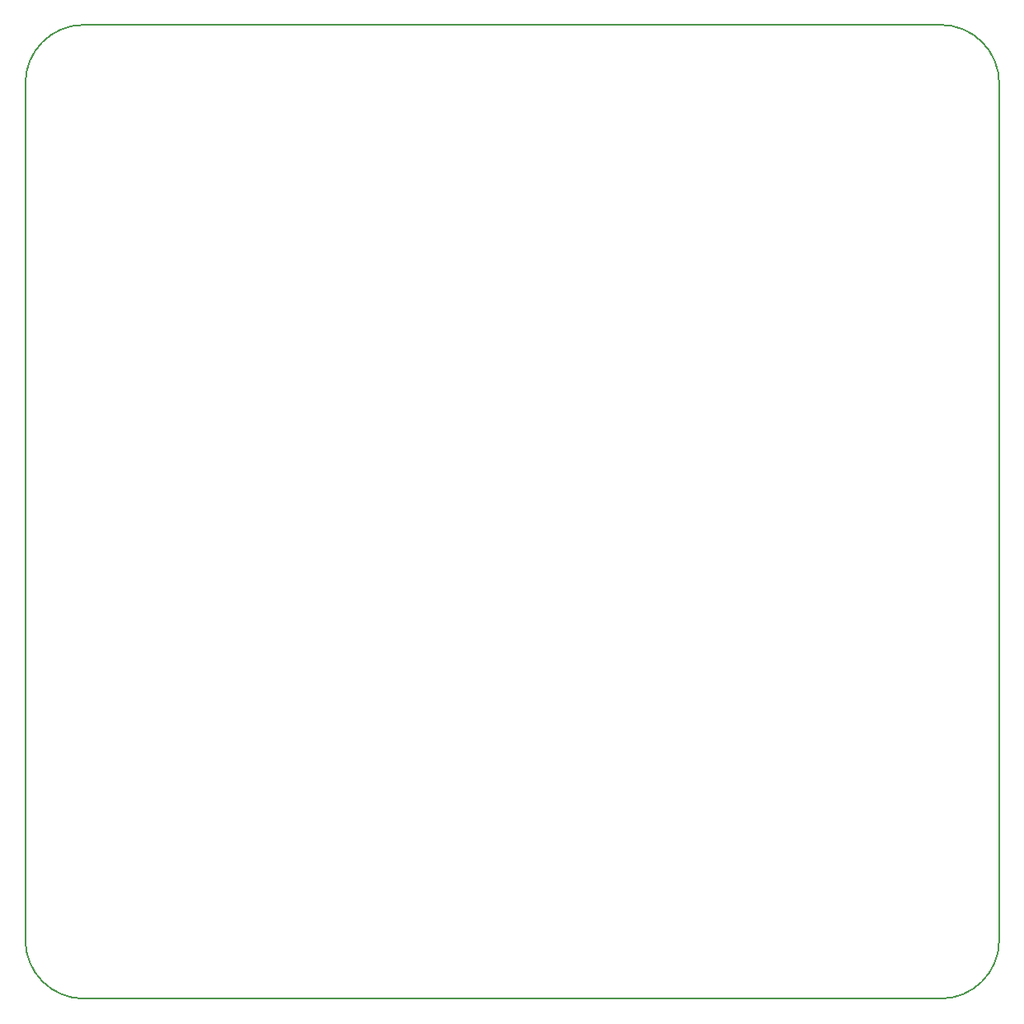
<source format=gbr>
%TF.GenerationSoftware,KiCad,Pcbnew,8.0.7*%
%TF.CreationDate,2025-03-24T14:38:59+07:00*%
%TF.ProjectId,esp32_getstok_testing,65737033-325f-4676-9574-73746f6b5f74,rev?*%
%TF.SameCoordinates,Original*%
%TF.FileFunction,Profile,NP*%
%FSLAX46Y46*%
G04 Gerber Fmt 4.6, Leading zero omitted, Abs format (unit mm)*
G04 Created by KiCad (PCBNEW 8.0.7) date 2025-03-24 14:38:59*
%MOMM*%
%LPD*%
G01*
G04 APERTURE LIST*
%TA.AperFunction,Profile*%
%ADD10C,0.200000*%
%TD*%
G04 APERTURE END LIST*
D10*
X265000000Y-144000000D02*
X265000000Y-56000000D01*
X259000000Y-50000000D02*
G75*
G02*
X265000000Y-56000000I0J-6000000D01*
G01*
X171000000Y-150000000D02*
G75*
G02*
X165000000Y-144000000I0J6000000D01*
G01*
X171000000Y-150000000D02*
X259000000Y-150000000D01*
X165000000Y-56000000D02*
G75*
G02*
X171000000Y-50000000I6000000J0D01*
G01*
X259000000Y-50000000D02*
X171000000Y-50000000D01*
X165000000Y-56000000D02*
X165000000Y-144000000D01*
X265000000Y-144000000D02*
G75*
G02*
X259000000Y-150000000I-6000000J0D01*
G01*
M02*

</source>
